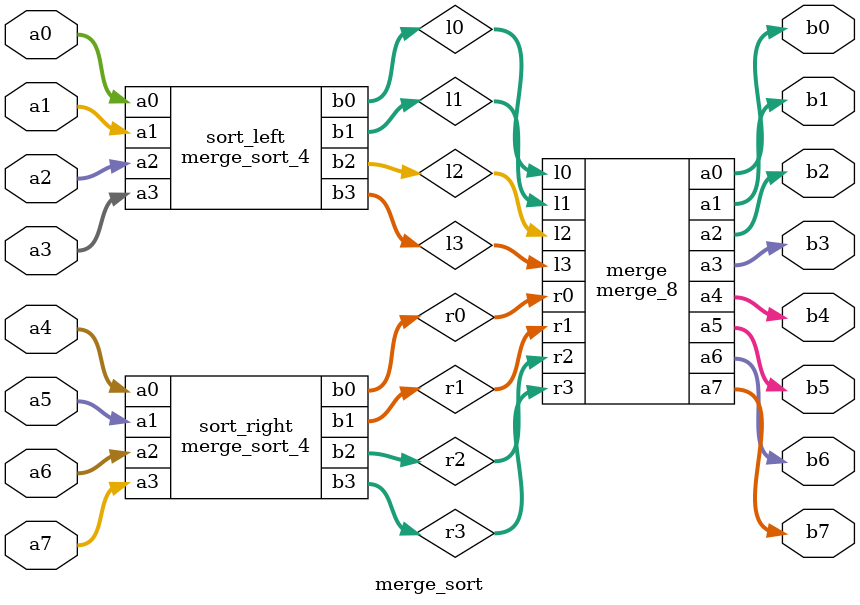
<source format=v>
module split_1_3 (
    l0,
    r0, r1, r2,
    a0, a1, a2, a3
);
    input [7:0] l0;
    input [7:0] r0, r1, r2;
    output reg [7:0] a0, a1, a2, a3;
    always @(*) begin
        if (l0 >= r0) begin
            {a0, a1, a2, a3} = {l0, r0, r1, r2};
        end
        else begin
            a0 = r0;
            if (l0 >= r1)
                {a1, a2, a3} = {l0, r1, r2};
            else begin
                a1 = r1;
                {a2, a3} = (l0 >= r2)? {l0, r2} : {r2, l0};
            end
        end
    end
    
endmodule

module split_2_2 (
    l0, l1,
    r0, r1,
    a0, a1, a2, a3
);
    input [7:0] l0, l1;
    input [7:0] r0, r1;
    output reg [7:0] a0, a1, a2, a3;
    
    always @(*) begin
        if (l0 >= r0) begin
            a0 = l0;
            if (l1 >= r0)
                {a1, a2, a3} = {l1, r0, r1};
            else begin
                a1 = r0;
                {a2, a3} = (l1 >= r1)? {l1, r1} : {r1, l1};
            end
        end
        else begin
            a0 = r0;
            if (l0 >= r1) begin
                a1 = l0;
                {a2, a3} = (l1 >= r1)? {l1, r1} : {r1, l1};
            end
            else
                {a1, a2, a3} = {r1, l0, l1};
        end
    end
endmodule

module merge_8(
    l0, l1, l2, l3,
    r0, r1, r2, r3,
    a0, a1, a2, a3, a4, a5, a6, a7 
);
    input [7:0] l0, l1, l2, l3;
    input [7:0] r0, r1, r2, r3;
    output reg [7:0] a0, a1, a2, a3, a4, a5, a6, a7;

    always @(*) begin
        if (l0 >= r0) begin
            a0 = l0;
            if (l1 >= r0) begin
                a1 = l1;
                if (l2 >= r0) begin
                    a2 = l2;
                    if (l3 >= r0)
                        {a3, a4, a5, a6, a7} = {l3, r0, r1, r2, r3};
                    else begin
                        a3 = r0;
                        if (l3 >= r1)
                            {a4, a5, a6, a7} = {l3, r1, r2, r3};
                        else begin
                            a4 = r1;
                            if (l3 >= r2)
                                {a5, a6, a7} = {l3, r2, r3};
                            else begin
                                a5 = r2;
                                {a6, a7} = (l3 >= r3)? {l3, r3} : {r3, l3};
                            end
                        end
                    end
                end
                else begin //l0, l1, r0
                    a2 = r0;
                    if (l2 >= r1) begin
                        a3 = l2;
                        if (l3 >= r1)
                            {a4, a5, a6, a7} = {l3, r1, r2, r3};
                        else begin
                            a4 = r1;
                            if (l3 >= r2)
                                {a5, a6, a7} = {l3, r2, r3};
                            else begin
                                a5 = r2;
                                {a6, a7} = (l3 >= r3)? {l3, r3} : {r3, l3};
                            end 
                        end
                    end
                    else begin //l0, l1, r0, r1
                        a3 = r1;
                        if (l2 >= r2) begin
                            a4 = l2;
                            if (l3 >= r2) 
                                {a5, a6, a7} = {l3, r2, r3};
                            else begin
                                a5 = r2;
                                {a6, a7} = (l3 >= r3)? {l3, r3} : {r3, l3};
                            end
                        end
                        else begin
                            a4 = r2;
                            if (l2 >= r3) begin
                                a5 = l2;
                                {a6, a7} = (l3 >= r3)? {l3, r3} : {r3, l3};
                            end
                            else
                                {a5, a6, a7} = {r3, l2, l3};
                        end
                    end
                end
            end
            else begin //l0, r0
                a1 = r0;
                if (l1 >= r1) begin
                    a2 = l1;
                    if (l2 >= r1) begin
                        a3 = l2;
                        if (l3 >= r1)
                            {a4, a5, a6, a7} = {l3, r1, r2, r3};
                        else begin
                            a4 = r1;
                            if (l3 >= r2) 
                                {a5, a6, a7} = {l3, r2, r3};
                            else begin
                                a5 = r2;
                                {a6, a7} = (l3 >= r3)? {l3, r3} : {r3, l3};
                            end
                        end
                    end
                    else begin //l0, r0, l1, r1
                        a3 = r1;
                        if (l2 >= r2) begin
                            a4 = l2;
                            if (l3 >= r2)
                                {a5, a6, a7} = {l3, r2, r3};
                            else begin
                                a5 = r2;
                                {a6, a7} = (l3 >= r3)? {l3, r3} : {r3, l3};
                            end
                        end
                        else begin
                            a4 = r2;
                            if (l2 >= r3) begin
                                a5 = l2;
                                {a6, a7} = (l3 >= r3)? {l3, r3} : {r3, l3};
                            end
                            else
                                {a5, a6, a7} = {r3, l2, l3};
                        end
                    end
                end
                else begin //l0, r0, r1
                    a2 = r1;
                    if (l1 >= r2) begin
                        a3 = l1;
                        if (l2 >= r2) begin
                            a4 = l2;
                            if (l3 >= r2)
                                {a5, a6, a7} = {l3, r2, r3};
                            else begin
                                a5 = r2;
                                {a6, a7} = (l3 >= r3)? {l3, r3} : {r3, l3};
                            end
                        end
                        else begin
                            a4 = r2;
                            if (l2 >= r3) begin
                                a5 = l2;
                                {a6, a7} = (l3 >= r3)? {l3, r3} : {r3, l3};
                            end
                            else
                                {a5, a6, a7} = {r3, l2, l3};
                        end
                    end
                    else begin //l0, r0, r1, r2
                        a3 = r2;
                        if (l1 >= r3) begin
                            a4 = l1;
                            if (l2 >= r3) begin
                                a5 = l2;
                                {a6, a7} = (l3 >= r3)? {l3, r3} : {r3, l3};
                            end
                            else
                                {a5, a6, a7} = {r3, l2, l3};
                        end
                        else
                            {a4, a5, a6, a7} = {r3, l1, l2, l3};
                    end
                end
            end
        end
        else begin
            a0 = r0;
            if (l0 >= r1) begin
                a1 = l0;
                if (l1 >= r1) begin
                    a2 = l1;
                    if (l2 >= r1) begin
                        a3 = l2;
                        if (l3 >= r1)
                            {a4, a5, a6, a7} = {l3, r1, r2, r3};
                        else begin
                            a4 = r1;
                            if (l3 >= r2)
                                {a5, a6, a7} = {l3, r2, r3};
                            else begin
                                a5 = r2;
                                {a6, a7} = (l3 >= r3)? {l3, r3} : {r3, l3};
                            end
                        end
                    end
                    else begin //r0, l0, l1, r1
                        a3 = r1;
                        if (l2 >= r2) begin
                            a4 = l2;
                            if (l3 >= r2)
                                {a5, a6, a7} = {l3, r2, r3};
                            else begin
                                a5 = r2;
                                {a6, a7} = (l3 >= r3)? {l3, r3} : {r3, l3};
                            end
                        end
                        else begin
                            a4 = r2;
                            if (l2 >= r3) begin
                                a5 = l2;
                                {a6, a7} = (l3 >= r3)? {l3, r3} : {r3, l3};
                            end
                            else
                                {a5, a6, a7} = {r3, l2, l3};
                        end
                    end
                end
                else begin //r0, l0, r1
                    a2 = r1;
                    if (l1 >= r2) begin
                        a3 = l1;
                        if (l2 >= r2) begin
                            a4 = l2;
                            if (l3 >= r2)
                                {a5, a6, a7} = {l3, r2, r3};
                            else begin
                                a5 = r2;
                                {a6, a7} = (l3 >= r3)? {l3, r3} : {r3, l3};
                            end
                        end
                        else begin
                            a4 = r2;
                            if (l2 >= r3) begin
                                a5 = l2;
                                {a6, a7} = (l3 >= r3)? {l3, r3} : {r3, l3};
                            end
                            else
                                {a5, a6, a7} = {r3, l2, l3};
                        end
                    end
                    else begin // r0, l0, r1, r2
                        a3 = r2;
                        if (l1 >= r3) begin
                            a4 = l1;
                            if (l2 >= r3) begin
                                a5 = l2;
                                {a6, a7} = (l3 >= r3)? {l3, r3} : {r3, l3};
                            end
                            else
                                {a5, a6, a7} = {r3, l2, l3};
                        end
                        else
                            {a4, a5, a6, a7} = {r3, l1, l2, l3};
                    end
                end
            end
            else begin
                a1 = r1;
                if (l0 >= r2) begin //r0, r1, l0
                    a2 = l0;
                    if (l1 >= r2) begin // r0, r1, l0, l1
                        a3 = l1;
                        if (l2 >= r2) begin
                            a4 = l2;
                            if (l3 >= r2)
                                {a5, a6, a7} = {l3, r2, r3};
                            else begin
                                a5 = r2;
                                {a6, a7} = (l3 >= r3)? {l3, r3} : {r3, l3};
                            end
                        end
                        else begin
                            a4 = r2;
                            if (l2 >= r3) begin
                                a5 = l2;
                                {a6, a7} = (l3 >= r3)? {l3, r3} : {r3, l3};
                            end
                            else
                                {a5, a6, a7} = {r3, l2, l3};
                        end
                    end
                    else begin //r0, r1, l0, r2
                        a3 = r2;
                        if (l1 >= r3) begin
                            a4 = l1;
                            if (l2 >= r3) begin
                                a5 = l2;
                                {a6, a7} = (l3 >= r3)? {l3, r3} : {r3, l3};
                            end
                            else
                                {a5, a6, a7} = {r3, l2, l3};
                        end
                        else
                            {a4, a5, a6, a7} = {r3, l1, l2, l3};
                    end
                end
                else begin //r0, r1, r2
                    a2 = r2;
                    if (l0 >= r3) begin // r0, r1, r2, l0
                        a3 = l0;
                        if (l1 >= r3) begin
                            a4 = l1;
                            if (l2 >= r3) begin
                                a5 = l2;
                                {a6, a7} = (l3 >= r3)? {l3, r3} : {r3, l3};
                            end
                            else
                                {a5, a6, a7} = {r3, l2, l3};
                        end
                        else
                            {a4, a5, a6, a7} = {r3, l1, l2, l3};
                    end
                    else begin
                        {a3, a4, a5, a6, a7} = {r3, l0, l1, l2, l3};
                    end
                end
            end
        end
    end
endmodule

module merge_4(
    l0, l1,
    r0, r1,
    a0, a1, a2, a3
);
    input [7:0] l0, l1;
    input [7:0] r0, r1;
    output reg [7:0] a0, a1, a2, a3;

    always @(*) begin
        if (l0 >= r0) begin
            a0 = l0;
            if (l1 >= r0) begin
                a1 = l1;
                a2 = r0;
                a3 = r1;
            end
            else begin
                a1 = r0;
                {a2, a3} = (l1 >= r1)? {l1, r1} : {r1, l1};
            end
        end
        else begin
            a0 = r0;
            if (l0 >= r1) begin
                a1 = l0;
                {a2, a3} = (l1 >= r1)? {l1, r1} : {r1, l1};
            end
            else begin
                a1 = r1;
                a2 = l0;
                a3 = l1;
            end
        end
    end

endmodule

module merge_sort_4(
    a0, a1, a2, a3,
    b0, b1, b2, b3
);
    input [7:0] a0, a1, a2, a3;
    output [7:0] b0, b1, b2, b3;

    wire [7:0] l0, l1;
    wire [7:0] r0, r1;

    assign {l0, l1} = (a0 >= a1)? {a0, a1} : {a1, a0};
    assign {r0, r1} = (a2 >= a3)? {a2, a3} : {a3, a2};

    merge_4 merge(
        l0, l1,
        r0, r1,
        b0, b1, b2, b3
    );

endmodule

module merge_sort(
    a0, a1, a2, a3, a4, a5, a6, a7,
    b0, b1, b2, b3, b4, b5, b6, b7
);

    input [7:0] a0, a1, a2, a3, a4, a5, a6, a7;
    output [7:0] b0, b1, b2, b3, b4, b5, b6, b7;

    wire [7:0] l0, l1, l2, l3;
    wire [7:0] r0, r1, r2, r3;

    merge_sort_4 sort_left(
        a0, a1, a2, a3,
        l0, l1, l2, l3
    );

    merge_sort_4 sort_right(
        a4, a5, a6, a7,
        r0, r1, r2, r3
    );

    merge_8 merge(
        l0, l1, l2, l3,
        r0, r1, r2, r3,
        b0, b1, b2, b3, b4, b5, b6, b7
    );

endmodule
</source>
